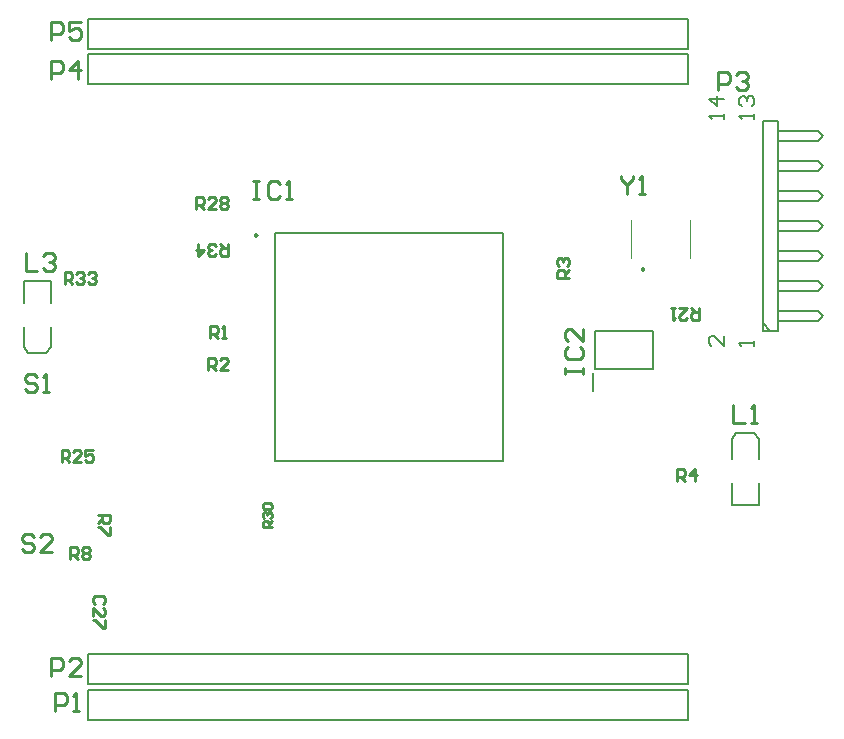
<source format=gto>
G04*
G04 #@! TF.GenerationSoftware,Altium Limited,Altium Designer,19.1.7 (138)*
G04*
G04 Layer_Color=65535*
%FSLAX25Y25*%
%MOIN*%
G70*
G01*
G75*
%ADD10C,0.01181*%
%ADD11C,0.00984*%
%ADD12C,0.00787*%
%ADD13C,0.00394*%
%ADD14C,0.00800*%
%ADD15C,0.01000*%
D10*
X214995Y155364D02*
Y155757D01*
Y155364D01*
D11*
X86620Y167026D02*
X85882Y167452D01*
Y166600D01*
X86620Y167026D01*
D12*
X37700Y15300D02*
X230200D01*
X30200D02*
X37700D01*
X30200Y5300D02*
Y15300D01*
Y5300D02*
X230200D01*
Y15300D01*
X199054Y122501D02*
Y135099D01*
X218346D01*
Y122501D02*
Y135099D01*
X199054Y122501D02*
X218346D01*
X198543Y115119D02*
Y121123D01*
X255031Y135150D02*
X260031D01*
Y205150D01*
X255031D02*
X260031D01*
X255031Y137650D02*
X257531Y135150D01*
X260031Y138484D02*
X273364D01*
X275031Y140150D01*
X273364Y141817D02*
X275031Y140150D01*
X260031Y141817D02*
X273364D01*
X260031Y148484D02*
X273364D01*
X275031Y150150D01*
X273364Y151817D02*
X275031Y150150D01*
X260031Y151817D02*
X273364D01*
X260031Y158484D02*
X273364D01*
X275031Y160150D01*
X273364Y161817D02*
X275031Y160150D01*
X260031Y161817D02*
X273364D01*
X260031Y168484D02*
X273364D01*
X275031Y170150D01*
X273364Y171817D02*
X275031Y170150D01*
X260031Y171817D02*
X273364D01*
X260031Y178484D02*
X273364D01*
X275031Y180150D01*
X273364Y181817D02*
X275031Y180150D01*
X260031Y181817D02*
X273364D01*
X260031Y188484D02*
X273364D01*
X275031Y190150D01*
X273364Y191817D02*
X275031Y190150D01*
X260031Y191817D02*
X273364D01*
X260031Y198484D02*
X273364D01*
X275031Y200150D01*
X273364Y201817D02*
X275031Y200150D01*
X260031Y201817D02*
X273364D01*
X255031Y135150D02*
Y205150D01*
X230200Y217300D02*
Y227300D01*
X30200Y217300D02*
X230200D01*
X30200D02*
Y227300D01*
X37700D01*
X230200D01*
X230031Y229150D02*
Y239150D01*
X30031Y229150D02*
X230031D01*
X30031D02*
Y239150D01*
X37531D01*
X230031D01*
X30200Y17300D02*
Y27300D01*
X230200D01*
Y17300D02*
Y27300D01*
X222700Y17300D02*
X230200D01*
X30200D02*
X222700D01*
X92329Y167616D02*
X168313D01*
Y91632D02*
Y167616D01*
X92329Y91632D02*
X168313D01*
X92329D02*
Y167616D01*
X244672Y92237D02*
Y98930D01*
X252153Y100898D02*
X253728Y98930D01*
X244672D02*
X246247Y100898D01*
X253728Y92237D02*
Y98930D01*
X246247Y100898D02*
X252153D01*
X244672Y76883D02*
X253728D01*
X244672D02*
Y84363D01*
X253728Y76883D02*
Y84363D01*
X17728Y129670D02*
Y136363D01*
X8672Y129670D02*
X10247Y127702D01*
X16153D02*
X17728Y129670D01*
X8672D02*
Y136363D01*
X10247Y127702D02*
X16153D01*
X8672Y151717D02*
X17728D01*
Y144237D02*
Y151717D01*
X8672Y144237D02*
Y151717D01*
D13*
X211057Y159301D02*
Y171899D01*
X230743Y159301D02*
Y171899D01*
D14*
X242031Y133483D02*
Y130150D01*
X238698Y133483D01*
X237865D01*
X237032Y132650D01*
Y130983D01*
X237865Y130150D01*
X252031D02*
Y131816D01*
Y130983D01*
X247032D01*
X247865Y130150D01*
X252200Y205800D02*
Y207466D01*
Y206633D01*
X247202D01*
X248035Y205800D01*
Y209965D02*
X247202Y210798D01*
Y212464D01*
X248035Y213298D01*
X248868D01*
X249701Y212464D01*
Y211631D01*
Y212464D01*
X250534Y213298D01*
X251367D01*
X252200Y212464D01*
Y210798D01*
X251367Y209965D01*
X242200Y205800D02*
Y207466D01*
Y206633D01*
X237202D01*
X238035Y205800D01*
X242200Y212464D02*
X237202D01*
X239701Y209965D01*
Y213298D01*
D15*
X19000Y8400D02*
Y14398D01*
X21999D01*
X22999Y13398D01*
Y11399D01*
X21999Y10399D01*
X19000D01*
X24998Y8400D02*
X26997D01*
X25998D01*
Y14398D01*
X24998Y13398D01*
X66200Y175700D02*
Y179699D01*
X68199D01*
X68866Y179032D01*
Y177699D01*
X68199Y177033D01*
X66200D01*
X67533D02*
X68866Y175700D01*
X72865D02*
X70199D01*
X72865Y178366D01*
Y179032D01*
X72198Y179699D01*
X70865D01*
X70199Y179032D01*
X74197D02*
X74864Y179699D01*
X76197D01*
X76863Y179032D01*
Y178366D01*
X76197Y177699D01*
X76863Y177033D01*
Y176366D01*
X76197Y175700D01*
X74864D01*
X74197Y176366D01*
Y177033D01*
X74864Y177699D01*
X74197Y178366D01*
Y179032D01*
X74864Y177699D02*
X76197D01*
X11999Y66498D02*
X10999Y67498D01*
X9000D01*
X8000Y66498D01*
Y65499D01*
X9000Y64499D01*
X10999D01*
X11999Y63499D01*
Y62500D01*
X10999Y61500D01*
X9000D01*
X8000Y62500D01*
X17997Y61500D02*
X13998D01*
X17997Y65499D01*
Y66498D01*
X16997Y67498D01*
X14998D01*
X13998Y66498D01*
X17700Y231900D02*
Y237898D01*
X20699D01*
X21699Y236898D01*
Y234899D01*
X20699Y233899D01*
X17700D01*
X27697Y237898D02*
X23698D01*
Y234899D01*
X25697Y235899D01*
X26697D01*
X27697Y234899D01*
Y232900D01*
X26697Y231900D01*
X24698D01*
X23698Y232900D01*
X17700Y219200D02*
Y225198D01*
X20699D01*
X21699Y224198D01*
Y222199D01*
X20699Y221199D01*
X17700D01*
X26697Y219200D02*
Y225198D01*
X23698Y222199D01*
X27697D01*
X12999Y119798D02*
X11999Y120798D01*
X10000D01*
X9000Y119798D01*
Y118799D01*
X10000Y117799D01*
X11999D01*
X12999Y116799D01*
Y115800D01*
X11999Y114800D01*
X10000D01*
X9000Y115800D01*
X14998Y114800D02*
X16997D01*
X15998D01*
Y120798D01*
X14998Y119798D01*
X207950Y186848D02*
Y185848D01*
X209949Y183849D01*
X211949Y185848D01*
Y186848D01*
X209949Y183849D02*
Y180850D01*
X213948D02*
X215947D01*
X214948D01*
Y186848D01*
X213948Y185848D01*
X76800Y164000D02*
Y160001D01*
X74801D01*
X74134Y160668D01*
Y162001D01*
X74801Y162667D01*
X76800D01*
X75467D02*
X74134Y164000D01*
X72801Y160668D02*
X72135Y160001D01*
X70802D01*
X70135Y160668D01*
Y161334D01*
X70802Y162001D01*
X71468D01*
X70802D01*
X70135Y162667D01*
Y163333D01*
X70802Y164000D01*
X72135D01*
X72801Y163333D01*
X66803Y164000D02*
Y160001D01*
X68803Y162001D01*
X66137D01*
X22300Y150700D02*
Y154699D01*
X24299D01*
X24966Y154032D01*
Y152699D01*
X24299Y152033D01*
X22300D01*
X23633D02*
X24966Y150700D01*
X26299Y154032D02*
X26965Y154699D01*
X28298D01*
X28964Y154032D01*
Y153366D01*
X28298Y152699D01*
X27632D01*
X28298D01*
X28964Y152033D01*
Y151366D01*
X28298Y150700D01*
X26965D01*
X26299Y151366D01*
X30297Y154032D02*
X30964Y154699D01*
X32297D01*
X32963Y154032D01*
Y153366D01*
X32297Y152699D01*
X31630D01*
X32297D01*
X32963Y152033D01*
Y151366D01*
X32297Y150700D01*
X30964D01*
X30297Y151366D01*
X91300Y69700D02*
X88301D01*
Y71200D01*
X88801Y71699D01*
X89801D01*
X90300Y71200D01*
Y69700D01*
Y70700D02*
X91300Y71699D01*
X88801Y72699D02*
X88301Y73199D01*
Y74199D01*
X88801Y74698D01*
X89301D01*
X89801Y74199D01*
Y73699D01*
Y74199D01*
X90300Y74698D01*
X90800D01*
X91300Y74199D01*
Y73199D01*
X90800Y72699D01*
X88801Y75698D02*
X88301Y76198D01*
Y77198D01*
X88801Y77697D01*
X90800D01*
X91300Y77198D01*
Y76198D01*
X90800Y75698D01*
X88801D01*
X21300Y91500D02*
Y95499D01*
X23299D01*
X23966Y94832D01*
Y93499D01*
X23299Y92833D01*
X21300D01*
X22633D02*
X23966Y91500D01*
X27964D02*
X25299D01*
X27964Y94166D01*
Y94832D01*
X27298Y95499D01*
X25965D01*
X25299Y94832D01*
X31963Y95499D02*
X29297D01*
Y93499D01*
X30630Y94166D01*
X31297D01*
X31963Y93499D01*
Y92166D01*
X31297Y91500D01*
X29964D01*
X29297Y92166D01*
X233700Y142800D02*
Y138801D01*
X231701D01*
X231034Y139468D01*
Y140801D01*
X231701Y141467D01*
X233700D01*
X232367D02*
X231034Y142800D01*
X227035D02*
X229701D01*
X227035Y140134D01*
Y139468D01*
X227702Y138801D01*
X229035D01*
X229701Y139468D01*
X225703Y142800D02*
X224370D01*
X225036D01*
Y138801D01*
X225703Y139468D01*
X24000Y59000D02*
Y62999D01*
X25999D01*
X26666Y62332D01*
Y60999D01*
X25999Y60333D01*
X24000D01*
X25333D02*
X26666Y59000D01*
X27999Y62332D02*
X28665Y62999D01*
X29998D01*
X30665Y62332D01*
Y61666D01*
X29998Y60999D01*
X30665Y60333D01*
Y59666D01*
X29998Y59000D01*
X28665D01*
X27999Y59666D01*
Y60333D01*
X28665Y60999D01*
X27999Y61666D01*
Y62332D01*
X28665Y60999D02*
X29998D01*
X33500Y73600D02*
X37499D01*
Y71601D01*
X36832Y70934D01*
X35499D01*
X34833Y71601D01*
Y73600D01*
Y72267D02*
X33500Y70934D01*
X37499Y69601D02*
Y66935D01*
X36832D01*
X34166Y69601D01*
X33500D01*
X226600Y84900D02*
Y88899D01*
X228599D01*
X229266Y88232D01*
Y86899D01*
X228599Y86233D01*
X226600D01*
X227933D02*
X229266Y84900D01*
X232598D02*
Y88899D01*
X230599Y86899D01*
X233264D01*
X190600Y152800D02*
X186601D01*
Y154799D01*
X187268Y155466D01*
X188601D01*
X189267Y154799D01*
Y152800D01*
Y154133D02*
X190600Y155466D01*
X187268Y156799D02*
X186601Y157465D01*
Y158798D01*
X187268Y159465D01*
X187934D01*
X188601Y158798D01*
Y158132D01*
Y158798D01*
X189267Y159465D01*
X189934D01*
X190600Y158798D01*
Y157465D01*
X189934Y156799D01*
X70000Y122000D02*
Y125999D01*
X71999D01*
X72666Y125332D01*
Y123999D01*
X71999Y123333D01*
X70000D01*
X71333D02*
X72666Y122000D01*
X76665D02*
X73999D01*
X76665Y124666D01*
Y125332D01*
X75998Y125999D01*
X74665D01*
X73999Y125332D01*
X70800Y132600D02*
Y136599D01*
X72799D01*
X73466Y135932D01*
Y134599D01*
X72799Y133933D01*
X70800D01*
X72133D02*
X73466Y132600D01*
X74799D02*
X76132D01*
X75465D01*
Y136599D01*
X74799Y135932D01*
X240200Y215300D02*
Y221298D01*
X243199D01*
X244199Y220298D01*
Y218299D01*
X243199Y217299D01*
X240200D01*
X246198Y220298D02*
X247198Y221298D01*
X249197D01*
X250197Y220298D01*
Y219299D01*
X249197Y218299D01*
X248197D01*
X249197D01*
X250197Y217299D01*
Y216300D01*
X249197Y215300D01*
X247198D01*
X246198Y216300D01*
X17800Y19900D02*
Y25898D01*
X20799D01*
X21799Y24898D01*
Y22899D01*
X20799Y21899D01*
X17800D01*
X27797Y19900D02*
X23798D01*
X27797Y23899D01*
Y24898D01*
X26797Y25898D01*
X24798D01*
X23798Y24898D01*
X9300Y161108D02*
Y155110D01*
X13299D01*
X15298Y160109D02*
X16298Y161108D01*
X18297D01*
X19297Y160109D01*
Y159109D01*
X18297Y158109D01*
X17297D01*
X18297D01*
X19297Y157110D01*
Y156110D01*
X18297Y155110D01*
X16298D01*
X15298Y156110D01*
X245250Y110248D02*
Y104250D01*
X249249D01*
X251248D02*
X253247D01*
X252248D01*
Y110248D01*
X251248Y109248D01*
X189202Y120800D02*
Y122799D01*
Y121800D01*
X195200D01*
Y120800D01*
Y122799D01*
X190202Y129797D02*
X189202Y128797D01*
Y126798D01*
X190202Y125798D01*
X194200D01*
X195200Y126798D01*
Y128797D01*
X194200Y129797D01*
X195200Y135795D02*
Y131796D01*
X191201Y135795D01*
X190202D01*
X189202Y134795D01*
Y132796D01*
X190202Y131796D01*
X85100Y184898D02*
X87099D01*
X86100D01*
Y178900D01*
X85100D01*
X87099D01*
X94097Y183898D02*
X93097Y184898D01*
X91098D01*
X90098Y183898D01*
Y179900D01*
X91098Y178900D01*
X93097D01*
X94097Y179900D01*
X96096Y178900D02*
X98096D01*
X97096D01*
Y184898D01*
X96096Y183898D01*
X35232Y43934D02*
X35899Y44601D01*
Y45934D01*
X35232Y46600D01*
X32566D01*
X31900Y45934D01*
Y44601D01*
X32566Y43934D01*
X31900Y39935D02*
Y42601D01*
X34566Y39935D01*
X35232D01*
X35899Y40602D01*
Y41935D01*
X35232Y42601D01*
X35899Y38603D02*
Y35937D01*
X35232D01*
X32566Y38603D01*
X31900D01*
M02*

</source>
